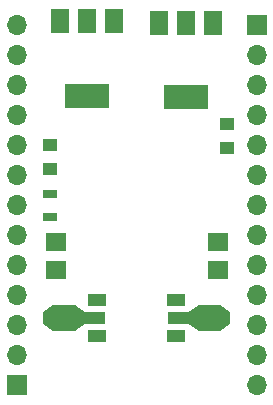
<source format=gbr>
G04 #@! TF.FileFunction,Soldermask,Bot*
%FSLAX46Y46*%
G04 Gerber Fmt 4.6, Leading zero omitted, Abs format (unit mm)*
G04 Created by KiCad (PCBNEW 4.0.7) date Mon Feb  5 11:14:21 2018*
%MOMM*%
%LPD*%
G01*
G04 APERTURE LIST*
%ADD10C,0.100000*%
%ADD11R,1.800000X1.550000*%
%ADD12R,1.250000X1.000000*%
%ADD13R,1.700000X1.700000*%
%ADD14O,1.700000X1.700000*%
%ADD15R,1.500000X1.000000*%
%ADD16R,1.800000X1.000000*%
%ADD17R,1.840000X2.200000*%
%ADD18R,1.300000X0.700000*%
%ADD19R,3.800000X2.000000*%
%ADD20R,1.500000X2.000000*%
G04 APERTURE END LIST*
D10*
D11*
X91186000Y-92297000D03*
X91186000Y-94647000D03*
X104902000Y-92297000D03*
X104902000Y-94647000D03*
D12*
X105664000Y-82312000D03*
X105664000Y-84312000D03*
X90678000Y-86090000D03*
X90678000Y-84090000D03*
D13*
X108204000Y-73914000D03*
D14*
X108204000Y-76454000D03*
X108204000Y-78994000D03*
X108204000Y-81534000D03*
X108204000Y-84074000D03*
X108204000Y-86614000D03*
X108204000Y-89154000D03*
X108204000Y-91694000D03*
X108204000Y-94234000D03*
X108204000Y-96774000D03*
X108204000Y-99314000D03*
X108204000Y-101854000D03*
X108204000Y-104394000D03*
D13*
X87884000Y-104394000D03*
D14*
X87884000Y-101854000D03*
X87884000Y-99314000D03*
X87884000Y-96774000D03*
X87884000Y-94234000D03*
X87884000Y-91694000D03*
X87884000Y-89154000D03*
X87884000Y-86614000D03*
X87884000Y-84074000D03*
X87884000Y-81534000D03*
X87884000Y-78994000D03*
X87884000Y-76454000D03*
X87884000Y-73914000D03*
D10*
G36*
X90126000Y-98179000D02*
X90976000Y-97579000D01*
X90976000Y-99779000D01*
X90126000Y-99179000D01*
X90126000Y-98179000D01*
X90126000Y-98179000D01*
G37*
D15*
X94698000Y-97179000D03*
D16*
X94551500Y-98679000D03*
D15*
X94698000Y-100179000D03*
D17*
X91884500Y-98679000D03*
D10*
G36*
X93794200Y-99079000D02*
X92794200Y-99779000D01*
X92794200Y-97579000D01*
X93794200Y-98279000D01*
X93794200Y-99079000D01*
X93794200Y-99079000D01*
G37*
G36*
X105962000Y-99179000D02*
X105112000Y-99779000D01*
X105112000Y-97579000D01*
X105962000Y-98179000D01*
X105962000Y-99179000D01*
X105962000Y-99179000D01*
G37*
D15*
X101390000Y-100179000D03*
D16*
X101536500Y-98679000D03*
D15*
X101390000Y-97179000D03*
D17*
X104203500Y-98679000D03*
D10*
G36*
X102293800Y-98279000D02*
X103293800Y-97579000D01*
X103293800Y-99779000D01*
X102293800Y-99079000D01*
X102293800Y-98279000D01*
X102293800Y-98279000D01*
G37*
D18*
X90678000Y-90104000D03*
X90678000Y-88204000D03*
D19*
X93853000Y-79858000D03*
D20*
X93853000Y-73558000D03*
X96153000Y-73558000D03*
X91553000Y-73558000D03*
D19*
X102235000Y-79985000D03*
D20*
X102235000Y-73685000D03*
X104535000Y-73685000D03*
X99935000Y-73685000D03*
M02*

</source>
